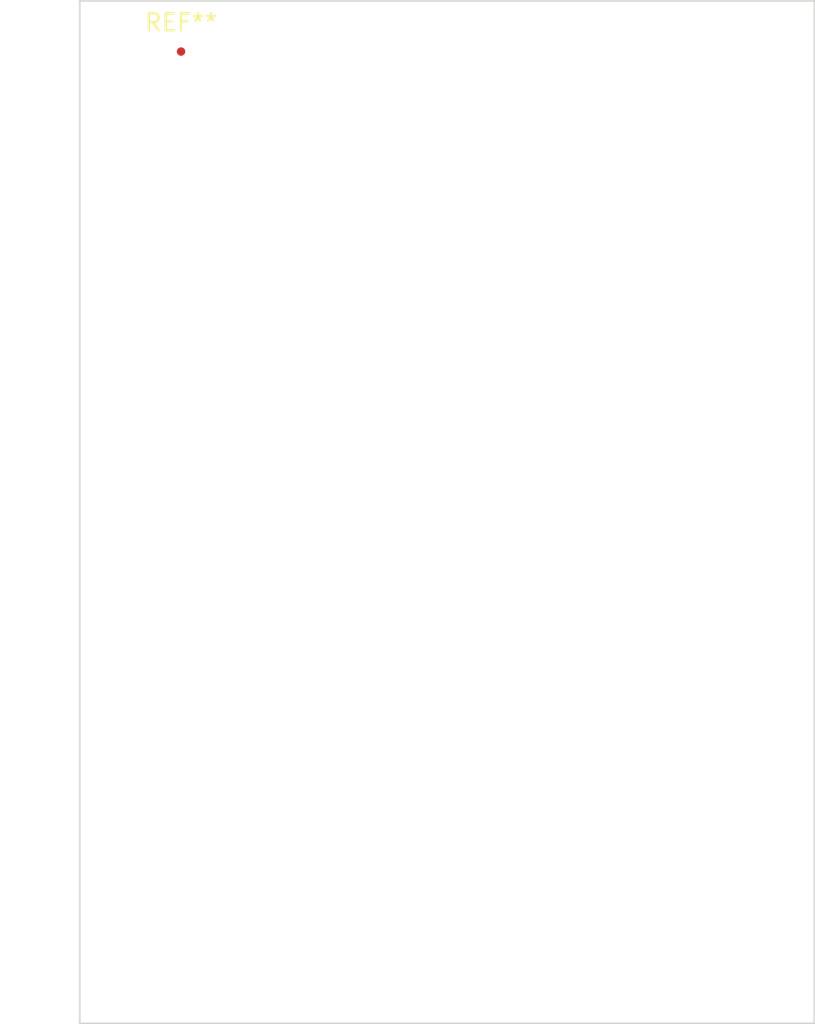
<source format=kicad_pcb>
(kicad_pcb (version 20210606) (generator pcbnew)
  (layers (0 "F.Cu" signal) (31 "B.Cu" signal) (34 "B.Paste" user) (35 "F.Paste" user) (36 "B.SilkS" user "B.Silkscreen") (37 "F.SilkS" user "F.Silkscreen") (38 "B.Mask" user) (39 "F.Mask" user) (44 "Edge.Cuts" user))
  (net 0 "")
  (footprint "Fiducial:Fiducial_0.5mm_Mask1.5mm" (layer "F.Cu") (at 106 53)
    (fp_text reference "REF**" (at 0 -1.7145) (layer "F.SilkS"))
    (fp_text value "Fiducial_0.5mm_Mask1.5mm")
    (pad "" smd circle locked (at 0 0) (size 0.5 0.5) (layers "F.Cu" "F.Mask") (clearance 0.5))
  )
  (gr_rect (start 100 50) (end 143.5 110.5) (layer "Edge.Cuts") (width 0.1) (fill none))
)
</source>
